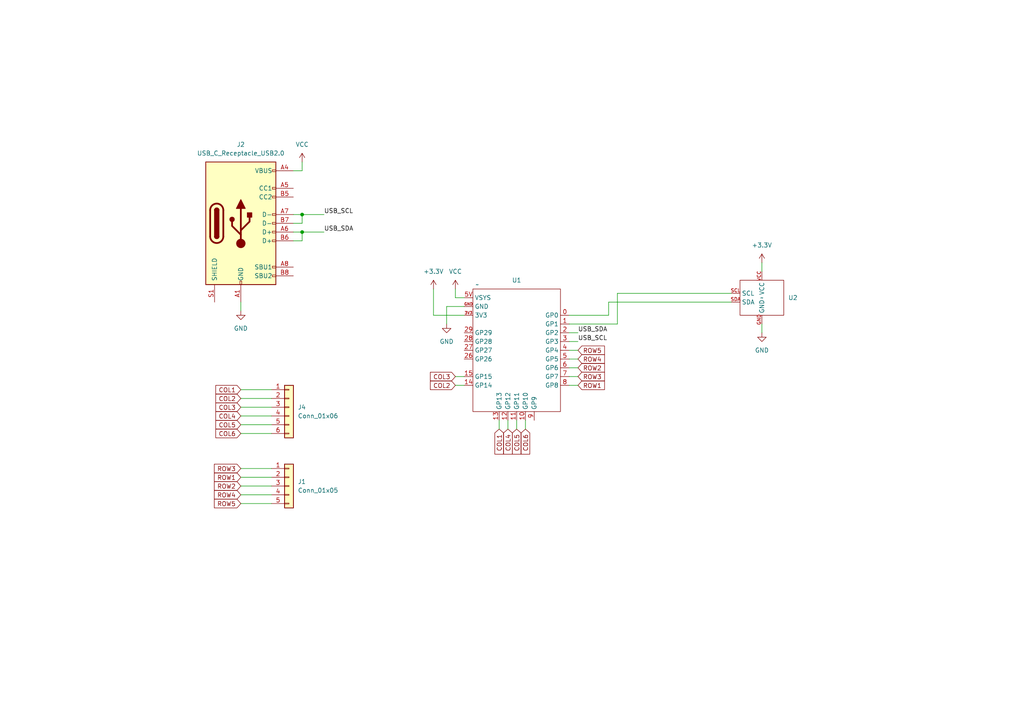
<source format=kicad_sch>
(kicad_sch (version 20230121) (generator eeschema)
  (paper "A4")
  (lib_symbols
    (symbol "Connector:USB_C_Receptacle_USB2.0" (pin_names (offset 1.016))
      (property "Reference" "J" (at -10.16 19.05 0))
      (property "Value" "USB_C_Receptacle_USB2.0" (at 19.05 19.05 0))
      (symbol "USB_C_Receptacle_USB2.0_0_0"
        (rectangle (start -0.254 -17.78) (end 0.254 -16.764))
        (rectangle (start 10.16 -14.986) (end 9.144 -15.494))
        (rectangle (start 10.16 -12.446) (end 9.144 -12.954))
        (rectangle (start 10.16 -4.826) (end 9.144 -5.334))
        (rectangle (start 10.16 -2.286) (end 9.144 -2.794))
        (rectangle (start 10.16 0.254) (end 9.144 -0.254))
        (rectangle (start 10.16 2.794) (end 9.144 2.286))
        (rectangle (start 10.16 7.874) (end 9.144 7.366))
        (rectangle (start 10.16 10.414) (end 9.144 9.906))
        (rectangle (start 10.16 15.494) (end 9.144 14.986))
      )
      (symbol "USB_C_Receptacle_USB2.0_0_1"
        (rectangle (start -10.16 17.78) (end 10.16 -17.78) (stroke (width 0.254)) (fill (type background)))
        (arc (start -8.89 -3.81) (mid -6.985 -5.7067) (end -5.08 -3.81) (stroke (width 0.508)))
        (arc (start -7.62 -3.81) (mid -6.985 -4.4423) (end -6.35 -3.81) (stroke (width 0.254)))
        (arc (start -7.62 -3.81) (mid -6.985 -4.4423) (end -6.35 -3.81) (stroke (width 0.254)) (fill (type outline)))
        (rectangle (start -7.62 -3.81) (end -6.35 3.81) (stroke (width 0.254)) (fill (type outline)))
        (arc (start -6.35 3.81) (mid -6.985 4.4423) (end -7.62 3.81) (stroke (width 0.254)))
        (arc (start -6.35 3.81) (mid -6.985 4.4423) (end -7.62 3.81) (stroke (width 0.254)) (fill (type outline)))
        (arc (start -5.08 3.81) (mid -6.985 5.7067) (end -8.89 3.81) (stroke (width 0.508)))
        (circle (center -2.54 1.143) (radius 0.635) (stroke (width 0.254)) (fill (type outline)))
        (circle (center 0 -5.842) (radius 1.27) (fill (type outline)))
        (polyline (pts (xy -8.89 -3.81) (xy -8.89 3.81)) (stroke (width 0.508)))
        (polyline (pts (xy -5.08 3.81) (xy -5.08 -3.81)) (stroke (width 0.508)))
        (polyline (pts (xy 0 -5.842) (xy 0 4.318)) (stroke (width 0.508)))
        (polyline (pts (xy 0 -3.302) (xy -2.54 -0.762) (xy -2.54 0.508)) (stroke (width 0.508)))
        (polyline (pts (xy 0 -2.032) (xy 2.54 0.508) (xy 2.54 1.778)) (stroke (width 0.508)))
        (polyline (pts (xy -1.27 4.318) (xy 0 6.858) (xy 1.27 4.318) (xy -1.27 4.318)) (stroke (width 0.254)) (fill (type outline)))
        (rectangle (start 1.905 1.778) (end 3.175 3.048) (stroke (width 0.254)) (fill (type outline)))
      )
      (symbol "USB_C_Receptacle_USB2.0_1_1"
        (pin passive line (at 0 -22.86 90) (length 5.08) (name "GND") (number "A1"))
        (pin passive line (at 0 -22.86 90) (length 5.08) hide (name "GND") (number "A12"))
        (pin passive line (at 15.24 15.24 180) (length 5.08) (name "VBUS") (number "A4"))
        (pin bidirectional line (at 15.24 10.16 180) (length 5.08) (name "CC1") (number "A5"))
        (pin bidirectional line (at 15.24 -2.54 180) (length 5.08) (name "D+") (number "A6"))
        (pin bidirectional line (at 15.24 2.54 180) (length 5.08) (name "D-") (number "A7"))
        (pin bidirectional line (at 15.24 -12.7 180) (length 5.08) (name "SBU1") (number "A8"))
        (pin passive line (at 15.24 15.24 180) (length 5.08) hide (name "VBUS") (number "A9"))
        (pin passive line (at 0 -22.86 90) (length 5.08) hide (name "GND") (number "B1"))
        (pin passive line (at 0 -22.86 90) (length 5.08) hide (name "GND") (number "B12"))
        (pin passive line (at 15.24 15.24 180) (length 5.08) hide (name "VBUS") (number "B4"))
        (pin bidirectional line (at 15.24 7.62 180) (length 5.08) (name "CC2") (number "B5"))
        (pin bidirectional line (at 15.24 -5.08 180) (length 5.08) (name "D+") (number "B6"))
        (pin bidirectional line (at 15.24 0 180) (length 5.08) (name "D-") (number "B7"))
        (pin bidirectional line (at 15.24 -15.24 180) (length 5.08) (name "SBU2") (number "B8"))
        (pin passive line (at 15.24 15.24 180) (length 5.08) hide (name "VBUS") (number "B9"))
        (pin passive line (at -7.62 -22.86 90) (length 5.08) (name "SHIELD") (number "S1"))
      )
    )
    (symbol "Connector_Generic:Conn_01x05" (pin_names (offset 1.016) hide)
      (property "Reference" "J" (at 0 7.62 0))
      (property "Value" "Conn_01x05" (at 0 -7.62 0))
      (symbol "Conn_01x05_1_1"
        (rectangle (start -1.27 -4.953) (end 0 -5.207) (stroke (width 0.1524)))
        (rectangle (start -1.27 -2.413) (end 0 -2.667) (stroke (width 0.1524)))
        (rectangle (start -1.27 0.127) (end 0 -0.127) (stroke (width 0.1524)))
        (rectangle (start -1.27 2.667) (end 0 2.413) (stroke (width 0.1524)))
        (rectangle (start -1.27 5.207) (end 0 4.953) (stroke (width 0.1524)))
        (rectangle (start -1.27 6.35) (end 1.27 -6.35) (stroke (width 0.254)) (fill (type background)))
        (pin passive line (at -5.08 5.08 0) (length 3.81) (name "Pin_1") (number "1"))
        (pin passive line (at -5.08 2.54 0) (length 3.81) (name "Pin_2") (number "2"))
        (pin passive line (at -5.08 0 0) (length 3.81) (name "Pin_3") (number "3"))
        (pin passive line (at -5.08 -2.54 0) (length 3.81) (name "Pin_4") (number "4"))
        (pin passive line (at -5.08 -5.08 0) (length 3.81) (name "Pin_5") (number "5"))
      )
    )
    (symbol "Connector_Generic:Conn_01x06" (pin_names (offset 1.016) hide)
      (property "Reference" "J" (at 0 7.62 0))
      (property "Value" "Conn_01x06" (at 0 -10.16 0))
      (symbol "Conn_01x06_1_1"
        (rectangle (start -1.27 -7.493) (end 0 -7.747) (stroke (width 0.1524)))
        (rectangle (start -1.27 -4.953) (end 0 -5.207) (stroke (width 0.1524)))
        (rectangle (start -1.27 -2.413) (end 0 -2.667) (stroke (width 0.1524)))
        (rectangle (start -1.27 0.127) (end 0 -0.127) (stroke (width 0.1524)))
        (rectangle (start -1.27 2.667) (end 0 2.413) (stroke (width 0.1524)))
        (rectangle (start -1.27 5.207) (end 0 4.953) (stroke (width 0.1524)))
        (rectangle (start -1.27 6.35) (end 1.27 -8.89) (stroke (width 0.254)) (fill (type background)))
        (pin passive line (at -5.08 5.08 0) (length 3.81) (name "Pin_1") (number "1"))
        (pin passive line (at -5.08 2.54 0) (length 3.81) (name "Pin_2") (number "2"))
        (pin passive line (at -5.08 0 0) (length 3.81) (name "Pin_3") (number "3"))
        (pin passive line (at -5.08 -2.54 0) (length 3.81) (name "Pin_4") (number "4"))
        (pin passive line (at -5.08 -5.08 0) (length 3.81) (name "Pin_5") (number "5"))
        (pin passive line (at -5.08 -7.62 0) (length 3.81) (name "Pin_6") (number "6"))
      )
    )
    (symbol "power:+3.3V" (power) (pin_names (offset 0))
      (property "Value" "+3.3V" (at 0 3.556 0))
      (symbol "+3.3V_0_1"
        (polyline (pts (xy -0.762 1.27) (xy 0 2.54)))
        (polyline (pts (xy 0 0) (xy 0 2.54)))
        (polyline (pts (xy 0 2.54) (xy 0.762 1.27)))
      )
      (symbol "+3.3V_1_1"
        (pin power_in line (at 0 0 90) (length 0) hide (name "+3.3V") (number "1"))
      )
    )
    (symbol "power:GND" (power) (pin_names (offset 0))
      (property "Value" "GND" (at 0 -3.81 0))
      (symbol "GND_0_1"
        (polyline (pts (xy 0 0) (xy 0 -1.27) (xy 1.27 -1.27) (xy 0 -2.54) (xy -1.27 -1.27) (xy 0 -1.27)))
      )
      (symbol "GND_1_1"
        (pin power_in line (at 0 0 270) (length 0) hide (name "GND") (number "1"))
      )
    )
    (symbol "power:VCC" (power) (pin_names (offset 0))
      (property "Value" "VCC" (at 0 3.81 0))
      (symbol "VCC_0_1"
        (polyline (pts (xy -0.762 1.27) (xy 0 2.54)))
        (polyline (pts (xy 0 0) (xy 0 2.54)))
        (polyline (pts (xy 0 2.54) (xy 0.762 1.27)))
      )
      (symbol "VCC_1_1"
        (pin power_in line (at 0 0 90) (length 0) hide (name "VCC") (number "1"))
      )
    )
    (symbol "split_kb_lib:OLED"
      (property "Reference" "U" (at -5.08 6.35 0))
      (symbol "OLED_0_1"
        (rectangle (start -6.35 5.08) (end 6.35 -5.08))
      )
      (symbol "OLED_1_1"
        (pin power_out line (at 0 -7.62 90) (length 2.54) (name "GND") (number "GND"))
        (pin bidirectional line (at -8.89 1.27 0) (length 2.54) (name "SCL") (number "SCL"))
        (pin bidirectional line (at -8.89 -1.27 0) (length 2.54) (name "SDA") (number "SDA"))
        (pin power_in line (at 0 7.62 270) (length 2.54) (name "VCC") (number "VCC"))
      )
    )
    (symbol "split_kb_lib:RP2040-Zero"
      (property "Reference" "U" (at -11.43 19.05 0))
      (symbol "RP2040-Zero_0_1"
        (rectangle (start -12.7 17.78) (end 12.7 -17.78))
      )
      (symbol "RP2040-Zero_1_1"
        (pin bidirectional line (at 15.24 10.16 180) (length 2.54) (name "GP0") (number "0"))
        (pin bidirectional line (at 15.24 7.62 180) (length 2.54) (name "GP1") (number "1"))
        (pin bidirectional line (at 2.54 -20.32 90) (length 2.54) (name "GP10") (number "10"))
        (pin bidirectional line (at 0 -20.32 90) (length 2.54) (name "GP11") (number "11"))
        (pin bidirectional line (at -2.54 -20.32 90) (length 2.54) (name "GP12") (number "12"))
        (pin bidirectional line (at -5.08 -20.32 90) (length 2.54) (name "GP13") (number "13"))
        (pin bidirectional line (at -15.24 -10.16 0) (length 2.54) (name "GP14") (number "14"))
        (pin bidirectional line (at -15.24 -7.62 0) (length 2.54) (name "GP15") (number "15"))
        (pin bidirectional line (at 15.24 5.08 180) (length 2.54) (name "GP2") (number "2"))
        (pin bidirectional line (at -15.24 -2.54 0) (length 2.54) (name "GP26") (number "26"))
        (pin bidirectional line (at -15.24 0 0) (length 2.54) (name "GP27") (number "27"))
        (pin bidirectional line (at -15.24 2.54 0) (length 2.54) (name "GP28") (number "28"))
        (pin bidirectional line (at -15.24 5.08 0) (length 2.54) (name "GP29") (number "29"))
        (pin bidirectional line (at 15.24 2.54 180) (length 2.54) (name "GP3") (number "3"))
        (pin bidirectional line (at -15.24 10.16 0) (length 2.54) (name "3V3") (number "3V3"))
        (pin bidirectional line (at 15.24 0 180) (length 2.54) (name "GP4") (number "4"))
        (pin bidirectional line (at 15.24 -2.54 180) (length 2.54) (name "GP5") (number "5"))
        (pin bidirectional line (at -15.24 15.24 0) (length 2.54) (name "VSYS") (number "5V"))
        (pin bidirectional line (at 15.24 -5.08 180) (length 2.54) (name "GP6") (number "6"))
        (pin bidirectional line (at 15.24 -7.62 180) (length 2.54) (name "GP7") (number "7"))
        (pin bidirectional line (at 15.24 -10.16 180) (length 2.54) (name "GP8") (number "8"))
        (pin bidirectional line (at 5.08 -20.32 90) (length 2.54) (name "GP9") (number "9"))
        (pin bidirectional line (at -15.24 12.7 0) (length 2.54) (name "GND") (number "GND"))
      )
    )
  )
  (junction (at 87.63 62.23))
  (junction (at 87.63 67.31))
  (wire (pts (xy 179.07 93.98) (xy 179.07 85.09)))
  (wire (pts (xy 132.08 111.76) (xy 134.62 111.76)))
  (wire (pts (xy 129.54 88.9) (xy 134.62 88.9)))
  (wire (pts (xy 132.08 83.82) (xy 132.08 86.36)))
  (wire (pts (xy 167.64 104.14) (xy 165.1 104.14)))
  (wire (pts (xy 125.73 83.82) (xy 125.73 91.44)))
  (wire (pts (xy 69.85 123.19) (xy 78.74 123.19)))
  (wire (pts (xy 69.85 140.97) (xy 78.74 140.97)))
  (wire (pts (xy 165.1 91.44) (xy 176.53 91.44)))
  (wire (pts (xy 69.85 115.57) (xy 78.74 115.57)))
  (wire (pts (xy 144.78 124.46) (xy 144.78 121.92)))
  (wire (pts (xy 87.63 67.31) (xy 85.09 67.31)))
  (wire (pts (xy 129.54 93.98) (xy 129.54 88.9)))
  (wire (pts (xy 69.85 113.03) (xy 78.74 113.03)))
  (wire (pts (xy 167.64 99.06) (xy 165.1 99.06)))
  (wire (pts (xy 152.4 124.46) (xy 152.4 121.92)))
  (wire (pts (xy 132.08 109.22) (xy 134.62 109.22)))
  (wire (pts (xy 69.85 125.73) (xy 78.74 125.73)))
  (wire (pts (xy 87.63 69.85) (xy 87.63 67.31)))
  (wire (pts (xy 85.09 64.77) (xy 87.63 64.77)))
  (wire (pts (xy 132.08 86.36) (xy 134.62 86.36)))
  (wire (pts (xy 167.64 109.22) (xy 165.1 109.22)))
  (wire (pts (xy 125.73 91.44) (xy 134.62 91.44)))
  (wire (pts (xy 69.85 146.05) (xy 78.74 146.05)))
  (wire (pts (xy 87.63 62.23) (xy 85.09 62.23)))
  (wire (pts (xy 87.63 49.53) (xy 85.09 49.53)))
  (wire (pts (xy 167.64 111.76) (xy 165.1 111.76)))
  (wire (pts (xy 179.07 85.09) (xy 212.09 85.09)))
  (wire (pts (xy 85.09 69.85) (xy 87.63 69.85)))
  (wire (pts (xy 147.32 124.46) (xy 147.32 121.92)))
  (wire (pts (xy 87.63 62.23) (xy 93.98 62.23)))
  (wire (pts (xy 69.85 118.11) (xy 78.74 118.11)))
  (wire (pts (xy 167.64 106.68) (xy 165.1 106.68)))
  (wire (pts (xy 220.98 96.52) (xy 220.98 93.98)))
  (wire (pts (xy 176.53 87.63) (xy 212.09 87.63)))
  (wire (pts (xy 87.63 64.77) (xy 87.63 62.23)))
  (wire (pts (xy 149.86 124.46) (xy 149.86 121.92)))
  (wire (pts (xy 69.85 135.89) (xy 78.74 135.89)))
  (wire (pts (xy 167.64 101.6) (xy 165.1 101.6)))
  (wire (pts (xy 69.85 120.65) (xy 78.74 120.65)))
  (wire (pts (xy 176.53 91.44) (xy 176.53 87.63)))
  (wire (pts (xy 69.85 143.51) (xy 78.74 143.51)))
  (wire (pts (xy 69.85 90.17) (xy 69.85 87.63)))
  (wire (pts (xy 69.85 138.43) (xy 78.74 138.43)))
  (wire (pts (xy 220.98 76.2) (xy 220.98 78.74)))
  (wire (pts (xy 87.63 46.99) (xy 87.63 49.53)))
  (wire (pts (xy 165.1 93.98) (xy 179.07 93.98)))
  (wire (pts (xy 87.63 67.31) (xy 93.98 67.31)))
  (wire (pts (xy 167.64 96.52) (xy 165.1 96.52)))
  (label "USB_SDA" (at 93.98 67.31 0))
  (label "USB_SDA" (at 167.64 96.52 0))
  (label "USB_SCL" (at 93.98 62.23 0))
  (label "USB_SCL" (at 167.64 99.06 0))
  (global_label "ROW5" (shape input) (at 69.85 146.05 180) (property "Intersheetrefs" "${INTERSHEET_REFS}" (effects hide)))
  (global_label "COL6" (shape input) (at 152.4 124.46 270) (property "Intersheetrefs" "${INTERSHEET_REFS}" (effects hide)))
  (global_label "COL5" (shape input) (at 149.86 124.46 270) (property "Intersheetrefs" "${INTERSHEET_REFS}" (effects hide)))
  (global_label "ROW1" (shape input) (at 167.64 111.76 0) (property "Intersheetrefs" "${INTERSHEET_REFS}" (effects hide)))
  (global_label "COL6" (shape input) (at 69.85 125.73 180) (property "Intersheetrefs" "${INTERSHEET_REFS}" (effects hide)))
  (global_label "ROW4" (shape input) (at 69.85 143.51 180) (property "Intersheetrefs" "${INTERSHEET_REFS}" (effects hide)))
  (global_label "ROW5" (shape input) (at 167.64 101.6 0) (property "Intersheetrefs" "${INTERSHEET_REFS}" (effects hide)))
  (global_label "COL4" (shape input) (at 69.85 120.65 180) (property "Intersheetrefs" "${INTERSHEET_REFS}" (effects hide)))
  (global_label "ROW2" (shape input) (at 69.85 140.97 180) (property "Intersheetrefs" "${INTERSHEET_REFS}" (effects hide)))
  (global_label "COL4" (shape input) (at 147.32 124.46 270) (property "Intersheetrefs" "${INTERSHEET_REFS}" (effects hide)))
  (global_label "COL1" (shape input) (at 69.85 113.03 180) (property "Intersheetrefs" "${INTERSHEET_REFS}" (effects hide)))
  (global_label "COL5" (shape input) (at 69.85 123.19 180) (property "Intersheetrefs" "${INTERSHEET_REFS}" (effects hide)))
  (global_label "COL2" (shape input) (at 132.08 111.76 180) (property "Intersheetrefs" "${INTERSHEET_REFS}" (effects hide)))
  (global_label "COL3" (shape input) (at 69.85 118.11 180) (property "Intersheetrefs" "${INTERSHEET_REFS}" (effects hide)))
  (global_label "ROW4" (shape input) (at 167.64 104.14 0) (property "Intersheetrefs" "${INTERSHEET_REFS}" (effects hide)))
  (global_label "COL2" (shape input) (at 69.85 115.57 180) (property "Intersheetrefs" "${INTERSHEET_REFS}" (effects hide)))
  (global_label "ROW3" (shape input) (at 69.85 135.89 180) (property "Intersheetrefs" "${INTERSHEET_REFS}" (effects hide)))
  (global_label "ROW3" (shape input) (at 167.64 109.22 0) (property "Intersheetrefs" "${INTERSHEET_REFS}" (effects hide)))
  (global_label "ROW1" (shape input) (at 69.85 138.43 180) (property "Intersheetrefs" "${INTERSHEET_REFS}" (effects hide)))
  (global_label "ROW2" (shape input) (at 167.64 106.68 0) (property "Intersheetrefs" "${INTERSHEET_REFS}" (effects hide)))
  (global_label "COL3" (shape input) (at 132.08 109.22 180) (property "Intersheetrefs" "${INTERSHEET_REFS}" (effects hide)))
  (global_label "COL1" (shape input) (at 144.78 124.46 270) (property "Intersheetrefs" "${INTERSHEET_REFS}" (effects hide)))
  (symbol (lib_id "power:VCC") (at 87.63 46.99 0) (unit 1)
    (property "Reference" "#PWR05" (effects hide))
    (property "Value" "VCC" (at 87.63 41.91 0))
  )
  (symbol (lib_id "power:GND") (at 220.98 96.52 0) (unit 1)
    (property "Reference" "#PWR02" (effects hide))
    (property "Value" "GND" (at 220.98 101.6 0))
  )
  (symbol (lib_id "power:+3.3V") (at 220.98 76.2 0) (unit 1)
    (property "Reference" "#PWR08" (effects hide))
    (property "Value" "+3.3V" (at 220.98 71.12 0))
  )
  (symbol (lib_id "power:VCC") (at 132.08 83.82 0) (unit 1)
    (property "Reference" "#PWR06" (effects hide))
    (property "Value" "VCC" (at 132.08 78.74 0))
  )
  (symbol (lib_id "power:+3.3V") (at 125.73 83.82 0) (unit 1)
    (property "Reference" "#PWR07" (effects hide))
    (property "Value" "+3.3V" (at 125.73 78.74 0))
  )
  (symbol (lib_id "power:GND") (at 69.85 90.17 0) (unit 1)
    (property "Reference" "#PWR04" (effects hide))
    (property "Value" "GND" (at 69.85 95.25 0))
  )
  (symbol (lib_id "split_kb_lib:OLED") (at 220.98 86.36 0) (unit 1)
    (property "Reference" "U2" (at 228.6 86.36 0) (effects (justify left)))
    (property "Value" "~" (at 220.98 86.36 0))
    (property "Footprint" "split_kb_lib:OLED" (effects hide))
  )
  (symbol (lib_id "Connector_Generic:Conn_01x06") (at 83.82 118.11 0) (unit 1)
    (property "Reference" "J4" (at 86.36 118.11 0) (effects (justify left)))
    (property "Value" "Conn_01x06" (at 86.36 120.65 0) (effects (justify left)))
    (property "Footprint" "split_kb_lib:Column Connector" (effects hide))
    (instances (project "pcb_left" (path "" (reference "J4") (unit 1)) (path "" (reference "J5") (unit 1))))
  )
  (symbol (lib_id "power:GND") (at 129.54 93.98 0) (unit 1)
    (property "Reference" "#PWR01" (effects hide))
    (property "Value" "GND" (at 129.54 99.06 0))
  )
  (symbol (lib_id "Connector:USB_C_Receptacle_USB2.0") (at 69.85 64.77 0) (unit 1)
    (property "Reference" "J2" (at 69.85 41.91 0))
    (property "Value" "USB_C_Receptacle_USB2.0" (at 69.85 44.45 0))
    (property "Footprint" "split_kb_lib:USB C Port" (effects hide))
    (property "Datasheet" "https://www.usb.org/sites/default/files/documents/usb_type-c.zip" (effects hide))
  )
  (symbol (lib_id "split_kb_lib:RP2040-Zero") (at 149.86 101.6 0) (unit 1)
    (property "Reference" "U1" (at 149.86 81.28 0))
    (property "Value" "~" (at 138.43 82.55 0))
    (property "Footprint" "split_kb_lib:RP2040 - Zero" (effects hide))
  )
  (symbol (lib_id "Connector_Generic:Conn_01x05") (at 83.82 140.97 0) (unit 1)
    (property "Reference" "J1" (at 86.36 139.7 0) (effects (justify left)))
    (property "Value" "Conn_01x05" (at 86.36 142.24 0) (effects (justify left)))
    (property "Footprint" "split_kb_lib:Row Connector" (effects hide))
    (instances (project "pcb_left" (path "" (reference "J1") (unit 1)) (path "" (reference "J6") (unit 1))))
  )
)
</source>
